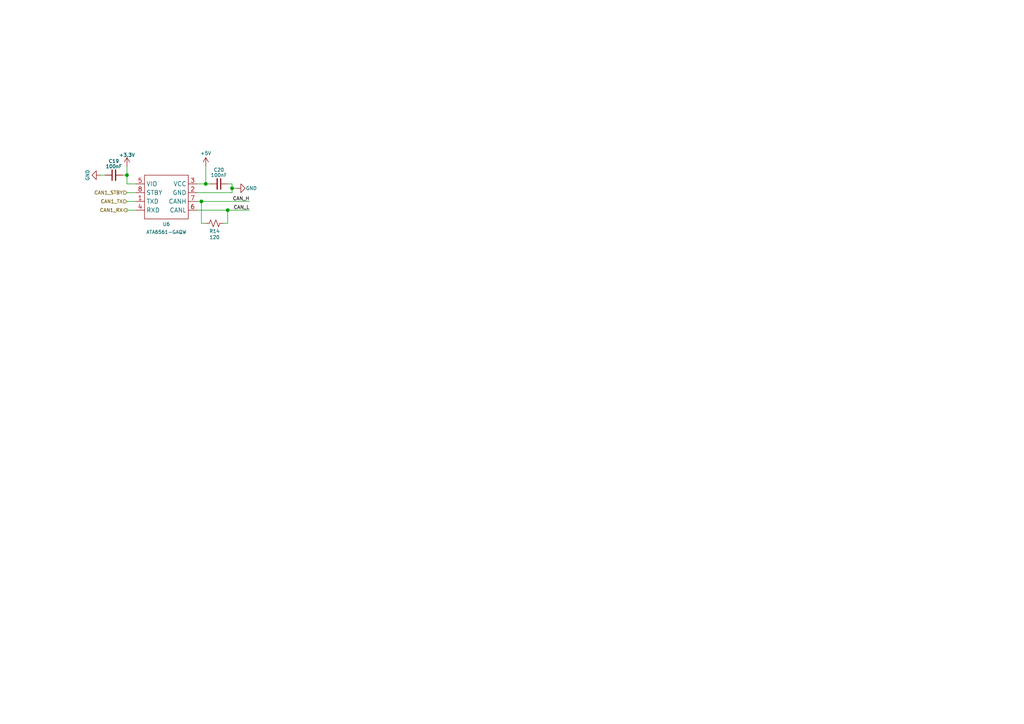
<source format=kicad_sch>
(kicad_sch (version 20231120) (generator "eeschema") (generator_version "8.0")
  (paper "A4")
  (lib_symbols
    (symbol "ATA6561-GAQW:ATA6561-GAQW_2"
      (property "Reference" "U" (at 0 7.62 0))
      (symbol "ATA6561-GAQW_2_0_1"
        (pin unspecified line (at -8.89 -1.27 0) (length 2.54) (name "TXD") (number "1"))
        (pin power_out line (at 8.89 1.27 180) (length 2.54) (name "GND") (number "2"))
        (pin power_in line (at 8.89 3.81 180) (length 2.54) (name "VCC") (number "3"))
        (pin unspecified line (at -8.89 -3.81 0) (length 2.54) (name "RXD") (number "4"))
        (pin unspecified line (at -8.89 3.81 0) (length 2.54) (name "VIO") (number "5"))
        (pin unspecified line (at 8.89 -3.81 180) (length 2.54) (name "CANL") (number "6"))
        (pin unspecified line (at -8.89 1.27 0) (length 2.54) (name "STBY") (number "8"))
      )
      (symbol "ATA6561-GAQW_2_1_1"
        (rectangle (start -6.35 6.35) (end 6.35 -6.35))
        (pin unspecified line (at 8.89 -1.27 180) (length 2.54) (name "CANH") (number "7"))
      )
    )
    (symbol "Device:C_Small" (pin_numbers hide) (pin_names (offset 0.254) hide)
      (property "Reference" "C" (at 0.254 1.778 0))
      (property "Value" "C_Small" (at 0.254 -2.032 0))
      (symbol "C_Small_0_1"
        (polyline (pts (xy -1.524 -0.508) (xy 1.524 -0.508)) (stroke (width 0.3302)))
        (polyline (pts (xy -1.524 0.508) (xy 1.524 0.508)) (stroke (width 0.3048)))
      )
      (symbol "C_Small_1_1"
        (pin passive line (at 0 2.54 270) (length 2.032) (name "~") (number "1"))
        (pin passive line (at 0 -2.54 90) (length 2.032) (name "~") (number "2"))
      )
    )
    (symbol "Device:R_Small_US" (pin_numbers hide) (pin_names (offset 0.254) hide)
      (property "Reference" "R" (at 0.762 0.508 0))
      (property "Value" "R_Small_US" (at 0.762 -1.016 0))
      (symbol "R_Small_US_1_1"
        (polyline (pts (xy 0 0) (xy 1.016 -0.381) (xy 0 -0.762) (xy -1.016 -1.143) (xy 0 -1.524)))
        (polyline (pts (xy 0 1.524) (xy 1.016 1.143) (xy 0 0.762) (xy -1.016 0.381) (xy 0 0)))
        (pin passive line (at 0 2.54 270) (length 1.016) (name "~") (number "1"))
        (pin passive line (at 0 -2.54 90) (length 1.016) (name "~") (number "2"))
      )
    )
    (symbol "power:+3.3V" (power) (pin_names (offset 0))
      (property "Value" "+3.3V" (at 0 3.556 0))
      (symbol "+3.3V_0_1"
        (polyline (pts (xy -0.762 1.27) (xy 0 2.54)))
        (polyline (pts (xy 0 0) (xy 0 2.54)))
        (polyline (pts (xy 0 2.54) (xy 0.762 1.27)))
      )
      (symbol "+3.3V_1_1"
        (pin power_in line (at 0 0 90) (length 0) hide (name "+3.3V") (number "1"))
      )
    )
    (symbol "power:+5V" (power) (pin_names (offset 0))
      (property "Value" "+5V" (at 0 3.556 0))
      (symbol "+5V_0_1"
        (polyline (pts (xy -0.762 1.27) (xy 0 2.54)))
        (polyline (pts (xy 0 0) (xy 0 2.54)))
        (polyline (pts (xy 0 2.54) (xy 0.762 1.27)))
      )
      (symbol "+5V_1_1"
        (pin power_in line (at 0 0 90) (length 0) hide (name "+5V") (number "1"))
      )
    )
    (symbol "power:GND" (power) (pin_names (offset 0))
      (property "Value" "GND" (at 0 -3.81 0))
      (symbol "GND_0_1"
        (polyline (pts (xy 0 0) (xy 0 -1.27) (xy 1.27 -1.27) (xy 0 -2.54) (xy -1.27 -1.27) (xy 0 -1.27)))
      )
      (symbol "GND_1_1"
        (pin power_in line (at 0 0 270) (length 0) hide (name "GND") (number "1"))
      )
    )
  )
  (junction (at 59.69 53.34))
  (junction (at 67.31 54.61))
  (junction (at 58.42 58.42))
  (junction (at 36.83 50.8))
  (junction (at 66.04 60.96))
  (wire (pts (xy 36.83 58.42) (xy 39.37 58.42)))
  (wire (pts (xy 57.15 53.34) (xy 59.69 53.34)))
  (wire (pts (xy 36.83 48.26) (xy 36.83 50.8)))
  (wire (pts (xy 67.31 54.61) (xy 67.31 53.34)))
  (wire (pts (xy 59.69 64.77) (xy 58.42 64.77)))
  (wire (pts (xy 36.83 55.88) (xy 39.37 55.88)))
  (wire (pts (xy 67.31 55.88) (xy 67.31 54.61)))
  (wire (pts (xy 64.77 64.77) (xy 66.04 64.77)))
  (wire (pts (xy 66.04 60.96) (xy 72.39 60.96)))
  (wire (pts (xy 57.15 60.96) (xy 66.04 60.96)))
  (wire (pts (xy 36.83 50.8) (xy 36.83 53.34)))
  (wire (pts (xy 59.69 53.34) (xy 60.96 53.34)))
  (wire (pts (xy 35.56 50.8) (xy 36.83 50.8)))
  (wire (pts (xy 58.42 64.77) (xy 58.42 58.42)))
  (wire (pts (xy 67.31 54.61) (xy 68.58 54.61)))
  (wire (pts (xy 58.42 58.42) (xy 72.39 58.42)))
  (wire (pts (xy 59.69 48.26) (xy 59.69 53.34)))
  (wire (pts (xy 29.21 50.8) (xy 30.48 50.8)))
  (wire (pts (xy 57.15 58.42) (xy 58.42 58.42)))
  (wire (pts (xy 36.83 60.96) (xy 39.37 60.96)))
  (wire (pts (xy 66.04 60.96) (xy 66.04 64.77)))
  (wire (pts (xy 39.37 53.34) (xy 36.83 53.34)))
  (wire (pts (xy 57.15 55.88) (xy 67.31 55.88)))
  (wire (pts (xy 66.04 53.34) (xy 67.31 53.34)))
  (label "CAN_H" (at 72.39 58.42 180) (effects (font (size 1 1))))
  (label "CAN_L" (at 72.39 60.96 180) (effects (font (size 1 1))))
  (hierarchical_label "CAN1_TX" (shape input) (at 36.83 58.42 180) (effects (font (size 1 1))))
  (hierarchical_label "CAN1_RX" (shape output) (at 36.83 60.96 180) (effects (font (size 1 1))))
  (hierarchical_label "CAN1_STBY" (shape input) (at 36.83 55.88 180) (effects (font (size 1 1))))
  (symbol (lib_id "Device:C_Small") (at 63.5 53.34 270) (unit 1)
    (property "Reference" "C20" (at 63.5 49.276 90) (effects (font (size 1 1))))
    (property "Value" "100nF" (at 63.5 50.8 90) (effects (font (size 1 1))))
    (property "Footprint" "Capacitor_SMD:C_0402_1005Metric" (effects (hide yes)))
    (property "LCSC" "C1525" (effects (hide yes)))
  )
  (symbol (lib_id "power:GND") (at 68.58 54.61 90) (unit 1)
    (property "Reference" "#PWR054" (effects (hide yes)))
    (property "Value" "GND" (at 72.898 54.61 90) (effects (font (size 1 1))))
  )
  (symbol (lib_id "ATA6561-GAQW:ATA6561-GAQW_2") (at 48.26 57.15 0) (unit 1)
    (property "Reference" "U6" (at 48.26 65.024 0) (effects (font (size 1 1))))
    (property "Value" "ATA6561-GAQW" (at 48.26 67.31 0) (effects (font (size 1 1))))
    (property "Footprint" "SOIC8_4P9X3P9MC_MCH" (effects (hide yes)))
    (property "Datasheet" "ATA6561-GAQW" (effects (hide yes)))
  )
  (symbol (lib_id "Device:R_Small_US") (at 62.23 64.77 90) (unit 1)
    (property "Reference" "R14" (at 62.23 67.056 90) (effects (font (size 1 1))))
    (property "Value" "120" (at 62.23 68.834 90) (effects (font (size 1 1))))
    (property "Description" "Resistor, small US symbol" (effects (hide yes)))
  )
  (symbol (lib_id "power:+5V") (at 59.69 48.26 0) (mirror y) (unit 1)
    (property "Reference" "#PWR053" (effects (hide yes)))
    (property "Value" "+5V" (at 59.69 44.45 0) (effects (font (size 1 1))))
  )
  (symbol (lib_id "Device:C_Small") (at 33.02 50.8 90) (mirror x) (unit 1)
    (property "Reference" "C19" (at 33.02 46.736 90) (effects (font (size 1 1))))
    (property "Value" "100nF" (at 33.02 48.26 90) (effects (font (size 1 1))))
    (property "Footprint" "Capacitor_SMD:C_0402_1005Metric" (effects (hide yes)))
    (property "LCSC" "C1525" (effects (hide yes)))
  )
  (symbol (lib_id "power:+3.3V") (at 36.83 48.26 0) (unit 1)
    (property "Reference" "#PWR052" (effects (hide yes)))
    (property "Value" "+3.3V" (at 36.83 44.958 0) (effects (font (size 1 1))))
  )
  (symbol (lib_id "power:GND") (at 29.21 50.8 270) (unit 1)
    (property "Reference" "#PWR051" (effects (hide yes)))
    (property "Value" "GND" (at 25.4 50.8 0) (effects (font (size 1 1))))
  )
)
</source>
